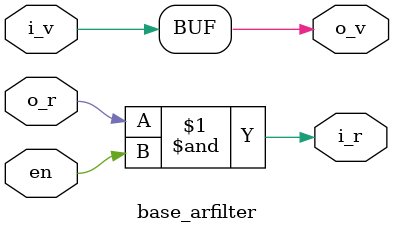
<source format=v>
module base_arfilter
  (input  en,
   input  i_v,
   output i_r,

   output o_v,
   input  o_r);

   assign o_v = i_v;
   assign i_r = o_r & en;
endmodule // base_afilter

  
		

  

</source>
